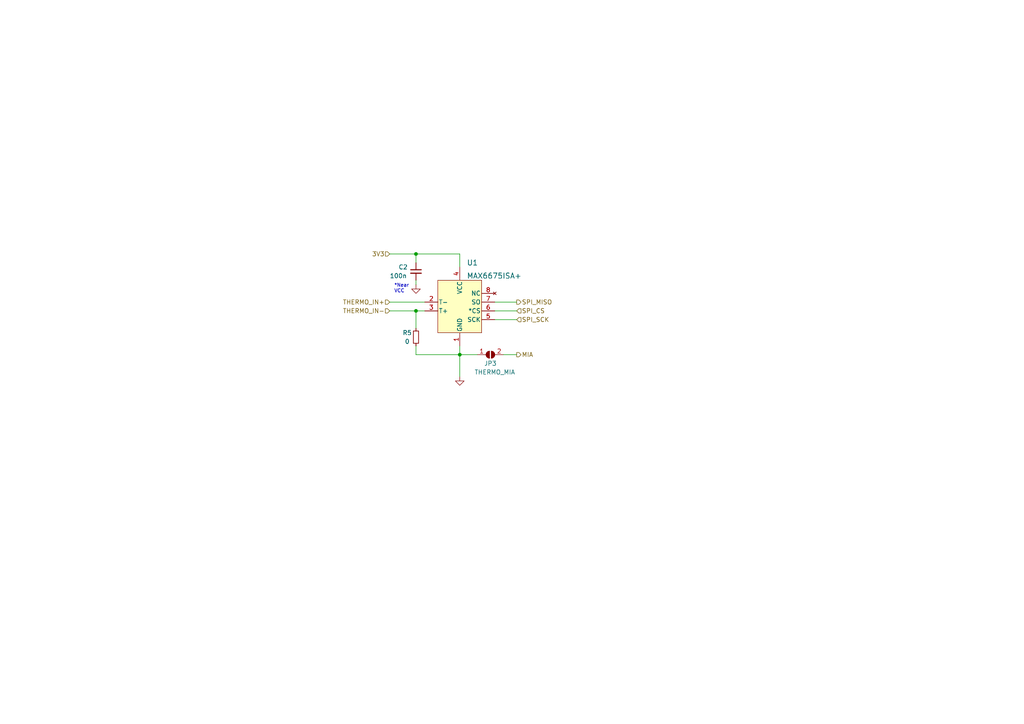
<source format=kicad_sch>
(kicad_sch (version 20211123) (generator eeschema)
  (paper "A4")
  (lib_symbols
    (symbol "Device:C_Small" (pin_numbers hide) (pin_names (offset 0.254) hide)
      (property "Reference" "C" (at 0.254 1.778 0))
      (property "Value" "C_Small" (at 0.254 -2.032 0))
      (symbol "C_Small_0_1"
        (polyline (pts (xy -1.524 -0.508) (xy 1.524 -0.508)) (stroke (width 0.3302)))
        (polyline (pts (xy -1.524 0.508) (xy 1.524 0.508)) (stroke (width 0.3048)))
      )
      (symbol "C_Small_1_1"
        (pin passive line (at 0 2.54 270) (length 2.032) (name "~") (number "1"))
        (pin passive line (at 0 -2.54 90) (length 2.032) (name "~") (number "2"))
      )
    )
    (symbol "Device:R_Small" (pin_numbers hide) (pin_names (offset 0.254) hide)
      (property "Reference" "R" (at 0.762 0.508 0))
      (property "Value" "R_Small" (at 0.762 -1.016 0))
      (symbol "R_Small_0_1"
        (rectangle (start -0.762 1.778) (end 0.762 -1.778) (stroke (width 0.2032)))
      )
      (symbol "R_Small_1_1"
        (pin passive line (at 0 2.54 270) (length 0.762) (name "~") (number "1"))
        (pin passive line (at 0 -2.54 90) (length 0.762) (name "~") (number "2"))
      )
    )
    (symbol "Jumper:SolderJumper_2_Open" (pin_names (offset 0) hide)
      (property "Reference" "JP" (at 0 2.032 0))
      (property "Value" "SolderJumper_2_Open" (at 0 -2.54 0))
      (symbol "SolderJumper_2_Open_0_1"
        (arc (start -0.254 1.016) (mid -1.27 0) (end -0.254 -1.016))
        (arc (start -0.254 1.016) (mid -1.27 0) (end -0.254 -1.016) (fill (type outline)))
        (polyline (pts (xy -0.254 1.016) (xy -0.254 -1.016)))
        (polyline (pts (xy 0.254 1.016) (xy 0.254 -1.016)))
        (arc (start 0.254 -1.016) (mid 1.27 0) (end 0.254 1.016))
        (arc (start 0.254 -1.016) (mid 1.27 0) (end 0.254 1.016) (fill (type outline)))
      )
      (symbol "SolderJumper_2_Open_1_1"
        (pin passive line (at -3.81 0 0) (length 2.54) (name "A") (number "1"))
        (pin passive line (at 3.81 0 180) (length 2.54) (name "B") (number "2"))
      )
    )
    (symbol "MAX6675ISA:MAX6675ISA+" (pin_names (offset 0.254))
      (property "Reference" "U" (at 16.51 7.62 0))
      (property "Value" "MAX6675ISA+" (at 22.86 5.08 0))
      (symbol "MAX6675ISA+_0_1"
        (pin power_in line (at 13.97 -15.24 90) (length 3.81) (name "GND") (number "1"))
        (pin passive line (at 3.81 -2.54 0) (length 3.81) (name "T-") (number "2"))
        (pin passive line (at 3.81 -5.08 0) (length 3.81) (name "T+") (number "3"))
        (pin power_in line (at 13.97 7.62 270) (length 3.81) (name "VCC") (number "4"))
        (pin input line (at 24.13 -7.62 180) (length 3.81) (name "SCK") (number "5"))
        (pin input line (at 24.13 -5.08 180) (length 3.81) (name "*CS") (number "6"))
        (pin output line (at 24.13 -2.54 180) (length 3.81) (name "SO") (number "7"))
        (pin no_connect line (at 24.13 0 180) (length 3.81) (name "NC") (number "8"))
      )
      (symbol "MAX6675ISA+_1_1"
        (rectangle (start 7.62 3.81) (end 20.32 -11.43) (fill (type background)))
      )
    )
    (symbol "power:GND" (power) (pin_names (offset 0))
      (property "Value" "GND" (at 0 -3.81 0))
      (symbol "GND_0_1"
        (polyline (pts (xy 0 0) (xy 0 -1.27) (xy 1.27 -1.27) (xy 0 -2.54) (xy -1.27 -1.27) (xy 0 -1.27)))
      )
      (symbol "GND_1_1"
        (pin power_in line (at 0 0 270) (length 0) hide (name "GND") (number "1"))
      )
    )
  )
  (junction (at 133.35 102.87))
  (junction (at 120.65 90.17))
  (junction (at 120.65 73.66))
  (wire (pts (xy 120.65 102.87) (xy 133.35 102.87)))
  (wire (pts (xy 149.86 87.63) (xy 143.51 87.63)))
  (wire (pts (xy 149.86 90.17) (xy 143.51 90.17)))
  (wire (pts (xy 133.35 73.66) (xy 120.65 73.66)))
  (wire (pts (xy 120.65 90.17) (xy 120.65 95.25)))
  (wire (pts (xy 149.86 92.71) (xy 143.51 92.71)))
  (wire (pts (xy 120.65 73.66) (xy 120.65 76.2)))
  (wire (pts (xy 113.03 87.63) (xy 123.19 87.63)))
  (wire (pts (xy 133.35 102.87) (xy 133.35 100.33)))
  (wire (pts (xy 120.65 90.17) (xy 123.19 90.17)))
  (wire (pts (xy 120.65 82.55) (xy 120.65 81.28)))
  (wire (pts (xy 146.05 102.87) (xy 149.86 102.87)))
  (wire (pts (xy 133.35 102.87) (xy 138.43 102.87)))
  (wire (pts (xy 120.65 100.33) (xy 120.65 102.87)))
  (wire (pts (xy 133.35 109.22) (xy 133.35 102.87)))
  (wire (pts (xy 113.03 90.17) (xy 120.65 90.17)))
  (wire (pts (xy 133.35 77.47) (xy 133.35 73.66)))
  (wire (pts (xy 113.03 73.66) (xy 120.65 73.66)))
  (text "*Near\nVCC" (at 114.3 85.09 0) (effects (font (size 1 1)) (justify left bottom)))
  (hierarchical_label "MIA" (shape output) (at 149.86 102.87 0))
  (hierarchical_label "THERMO_IN+" (shape input) (at 113.03 87.63 180))
  (hierarchical_label "SPI_MISO" (shape output) (at 149.86 87.63 0))
  (hierarchical_label "3V3" (shape input) (at 113.03 73.66 180))
  (hierarchical_label "SPI_CS" (shape input) (at 149.86 90.17 0))
  (hierarchical_label "SPI_SCK" (shape input) (at 149.86 92.71 0))
  (hierarchical_label "THERMO_IN-" (shape input) (at 113.03 90.17 180))
  (symbol (lib_id "power:GND") (at 133.35 109.22 0) (unit 1)
    (property "Reference" "#PWR0124" (effects hide))
    (property "Value" "GND" (effects hide))
  )
  (symbol (lib_id "Device:R_Small") (at 120.65 97.79 0) (unit 1)
    (property "Reference" "R5" (at 118.11 96.52 0))
    (property "Value" "0" (at 118.11 99.06 0))
    (property "Footprint" "Resistor_SMD:R_0402_1005Metric_Pad0.72x0.64mm_HandSolder" (effects hide))
    (property "MFR" "0402WGF0000TCE" (effects hide))
    (property "JLCPCB Part" "C17168" (effects hide))
  )
  (symbol (lib_id "Jumper:SolderJumper_2_Open") (at 142.24 102.87 0) (unit 1)
    (property "Reference" "JP3" (at 142.24 105.41 0))
    (property "Value" "THERMO_MIA" (at 143.51 107.95 0))
    (property "Footprint" "Jumper:SolderJumper-2_P1.3mm_Open_RoundedPad1.0x1.5mm" (effects hide))
  )
  (symbol (lib_id "Device:C_Small") (at 120.65 78.74 0) (unit 1)
    (property "Reference" "C2" (at 115.57 77.47 0) (effects (justify left)))
    (property "Value" "100n" (at 113.03 80.01 0) (effects (justify left)))
    (property "Footprint" "Capacitor_SMD:C_0402_1005Metric_Pad0.74x0.62mm_HandSolder" (effects hide))
  )
  (symbol (lib_id "MAX6675ISA:MAX6675ISA+") (at 119.38 85.09 0) (unit 1)
    (property "Reference" "U1" (at 135.3694 76.2 0) (effects (font (size 1.524 1.524)) (justify left)))
    (property "Value" "MAX6675ISA+" (at 135.3694 80.01 0) (effects (font (size 1.524 1.524)) (justify left)))
    (property "Footprint" "MAX6675ISA:MAX6675ISA" (effects hide))
    (property "Datasheet" "https://www.analog.com/media/en/technical-documentation/data-sheets/MAX6675.pdf" (effects hide))
  )
  (symbol (lib_id "power:GND") (at 120.65 82.55 0) (unit 1)
    (property "Reference" "#PWR0125" (effects hide))
    (property "Value" "GND" (effects hide))
  )
)
</source>
